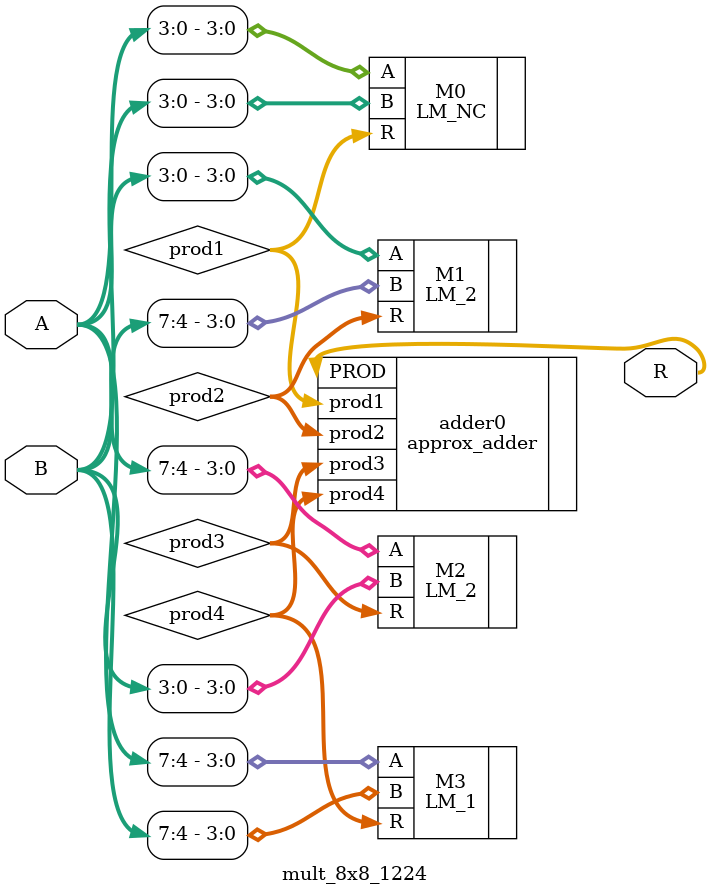
<source format=v>
module mult_8x8_1224(
input [7:0] A,
input [7:0] B,
output [15:0]R
);
wire [7:0]prod1;
wire [7:0]prod2;
wire [7:0]prod3;
wire [7:0]prod4;

LM_NC M0(.A(A[3:0]),.B(B[3:0]),.R(prod1));
LM_2 M1(.A(A[3:0]),.B(B[7:4]),.R(prod2));
LM_2 M2(.A(A[7:4]),.B(B[3:0]),.R(prod3));
LM_1 M3(.A(A[7:4]),.B(B[7:4]),.R(prod4));
approx_adder adder0(.prod1(prod1),.prod2(prod2),.prod3(prod3),.prod4(prod4),.PROD(R));
endmodule

</source>
